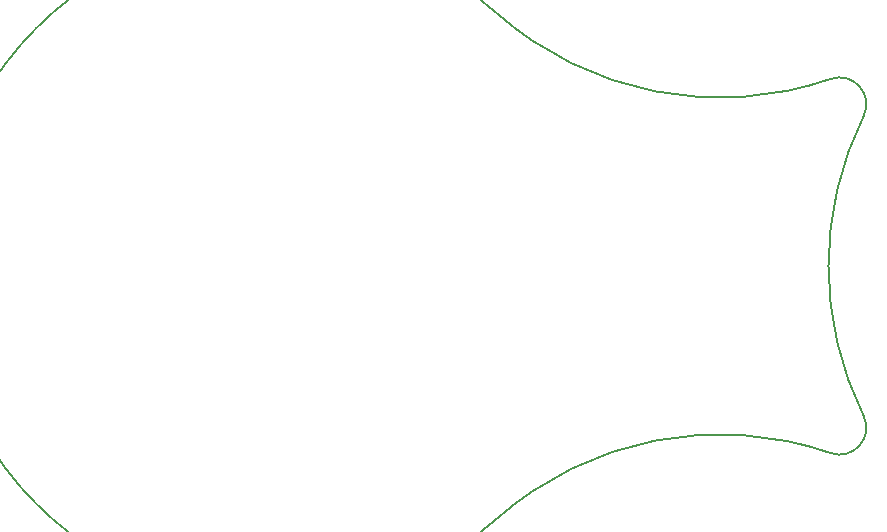
<source format=gm1>
%TF.GenerationSoftware,KiCad,Pcbnew,5.1.10-88a1d61d58~88~ubuntu18.04.1*%
%TF.CreationDate,2021-09-10T12:08:00+10:00*%
%TF.ProjectId,Rockling,526f636b-6c69-46e6-972e-6b696361645f,rev?*%
%TF.SameCoordinates,PX42c1d80PY7bfa480*%
%TF.FileFunction,Profile,NP*%
%FSLAX46Y46*%
G04 Gerber Fmt 4.6, Leading zero omitted, Abs format (unit mm)*
G04 Created by KiCad (PCBNEW 5.1.10-88a1d61d58~88~ubuntu18.04.1) date 2021-09-10 12:08:00*
%MOMM*%
%LPD*%
G01*
G04 APERTURE LIST*
%TA.AperFunction,Profile*%
%ADD10C,0.150000*%
%TD*%
G04 APERTURE END LIST*
D10*
%TO.C,Rockling101*%
X79874036Y17326626D02*
G75*
G02*
X77081298Y14159960I-2042245J-1013724D01*
G01*
X48849158Y8623181D02*
G75*
G02*
X77081298Y14159960I18850979J-21375000D01*
G01*
X48849158Y8623181D02*
G75*
G02*
X48849159Y51373180I-18850977J21375000D01*
G01*
X77081299Y45836402D02*
G75*
G02*
X48849159Y51373180I-9381162J26911778D01*
G01*
X77081298Y45836402D02*
G75*
G02*
X79874036Y42669736I750493J-2152942D01*
G01*
X79874036Y17326626D02*
G75*
G02*
X79874036Y42669736I25528057J12671555D01*
G01*
%TD*%
M02*

</source>
